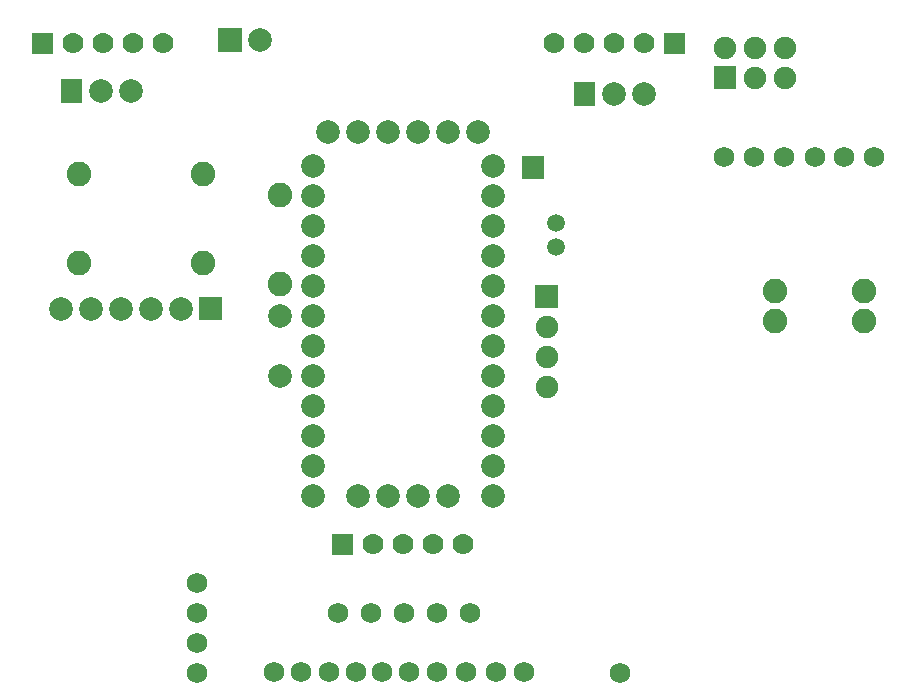
<source format=gbs>
G04 Layer: BottomSolderMaskLayer*
G04 EasyEDA v6.3.53, 2020-06-25T17:48:37+01:00*
G04 4783db3a652f4b8084220859a28b68e3,923baca5ebdd4fbabfdc1fadd1ffc098,10*
G04 Gerber Generator version 0.2*
G04 Scale: 100 percent, Rotated: No, Reflected: No *
G04 Dimensions in inches *
G04 leading zeros omitted , absolute positions ,2 integer and 4 decimal *
%FSLAX24Y24*%
%MOIN*%
G90*
G70D02*

%ADD33C,0.068000*%
%ADD34C,0.070000*%
%ADD37C,0.078866*%
%ADD39C,0.074929*%
%ADD40C,0.059181*%
%ADD41C,0.082000*%

%LPD*%
G54D33*
G01X16550Y3700D03*
G01X15450Y3700D03*
G01X14350Y3700D03*
G01X13250Y3700D03*
G01X12150Y3700D03*
G01X11850Y1750D03*
G01X12750Y1750D03*
G01X13600Y1750D03*
G01X14500Y1750D03*
G01X15450Y1750D03*
G01X10900Y1750D03*
G01X10000Y1750D03*
G01X18350Y1750D03*
G01X17411Y1750D03*
G01X16400Y1750D03*
G01X21550Y1700D03*
G01X25000Y18900D03*
G01X26000Y18900D03*
G01X27000Y18900D03*
G01X28050Y18900D03*
G01X29000Y18900D03*
G01X30000Y18900D03*
G54D34*
G01X6300Y22700D03*
G01X5300Y22700D03*
G01X4300Y22700D03*
G01X3300Y22700D03*
G36*
G01X1950Y22350D02*
G01X1950Y23050D01*
G01X2650Y23050D01*
G01X2650Y22350D01*
G01X1950Y22350D01*
G37*
G01X16300Y6000D03*
G01X15300Y6000D03*
G01X14300Y6000D03*
G01X13300Y6000D03*
G36*
G01X11950Y5650D02*
G01X11950Y6350D01*
G01X12650Y6350D01*
G01X12650Y5650D01*
G01X11950Y5650D01*
G37*
G01X19350Y22700D03*
G01X20350Y22700D03*
G01X21350Y22700D03*
G01X22350Y22700D03*
G36*
G01X23000Y22350D02*
G01X23000Y23050D01*
G01X23700Y23050D01*
G01X23700Y22350D01*
G01X23000Y22350D01*
G37*
G36*
G01X18275Y18175D02*
G01X18275Y18925D01*
G01X19025Y18925D01*
G01X19025Y18175D01*
G01X18275Y18175D01*
G37*
G54D37*
G01X2900Y13850D03*
G01X3900Y13850D03*
G01X4900Y13850D03*
G01X5900Y13850D03*
G01X6900Y13850D03*
G36*
G01X7506Y13455D02*
G01X7506Y14244D01*
G01X8293Y14244D01*
G01X8293Y13455D01*
G01X7506Y13455D01*
G37*
G54D33*
G01X7450Y3700D03*
G01X7450Y4700D03*
G01X7450Y2700D03*
G01X7450Y1700D03*
G54D39*
G01X27050Y22550D03*
G01X27050Y21550D03*
G01X26050Y22550D03*
G01X26050Y21550D03*
G01X25050Y22550D03*
G36*
G01X24675Y21175D02*
G01X24675Y21925D01*
G01X25425Y21925D01*
G01X25425Y21175D01*
G01X24675Y21175D01*
G37*
G54D40*
G01X19400Y15906D03*
G01X19400Y16693D03*
G54D37*
G01X10200Y13600D03*
G01X10200Y11600D03*
G54D41*
G01X10200Y14673D03*
G01X10200Y17626D03*
G01X3500Y18326D03*
G01X3500Y15373D03*
G01X7650Y18326D03*
G01X7650Y15373D03*
G54D37*
G01X5250Y21100D03*
G01X4250Y21100D03*
G36*
G01X2900Y20705D02*
G01X2900Y21494D01*
G01X3600Y21494D01*
G01X3600Y20705D01*
G01X2900Y20705D01*
G37*
G01X22350Y21000D03*
G01X21350Y21000D03*
G36*
G01X20000Y20605D02*
G01X20000Y21394D01*
G01X20700Y21394D01*
G01X20700Y20605D01*
G01X20000Y20605D01*
G37*
G36*
G01X18725Y13875D02*
G01X18725Y14625D01*
G01X19475Y14625D01*
G01X19475Y13875D01*
G01X18725Y13875D01*
G37*
G54D39*
G01X19100Y13250D03*
G01X19100Y12250D03*
G01X19100Y11250D03*
G54D41*
G01X26723Y14450D03*
G01X29676Y14450D03*
G54D37*
G01X11300Y18600D03*
G01X17300Y18600D03*
G01X11300Y17600D03*
G01X11300Y16600D03*
G01X11300Y15600D03*
G01X11300Y14600D03*
G01X11300Y13600D03*
G01X11300Y12600D03*
G01X11300Y11600D03*
G01X11300Y10600D03*
G01X11300Y9600D03*
G01X11300Y8600D03*
G01X11300Y7600D03*
G01X17300Y17600D03*
G01X17300Y16600D03*
G01X17300Y15600D03*
G01X17300Y14600D03*
G01X17300Y13600D03*
G01X17300Y12600D03*
G01X17300Y11600D03*
G01X17300Y10600D03*
G01X17300Y9600D03*
G01X17300Y8600D03*
G01X17300Y7600D03*
G01X16800Y19750D03*
G01X15800Y19750D03*
G01X14800Y19750D03*
G01X13800Y19750D03*
G01X12800Y19750D03*
G01X11800Y19750D03*
G01X13800Y7600D03*
G01X14800Y7600D03*
G01X15800Y7600D03*
G01X12800Y7600D03*
G54D41*
G01X29676Y13450D03*
G01X26723Y13450D03*
G54D37*
G01X9550Y22800D03*
G36*
G01X8156Y22405D02*
G01X8156Y23194D01*
G01X8943Y23194D01*
G01X8943Y22405D01*
G01X8156Y22405D01*
G37*
M00*
M02*

</source>
